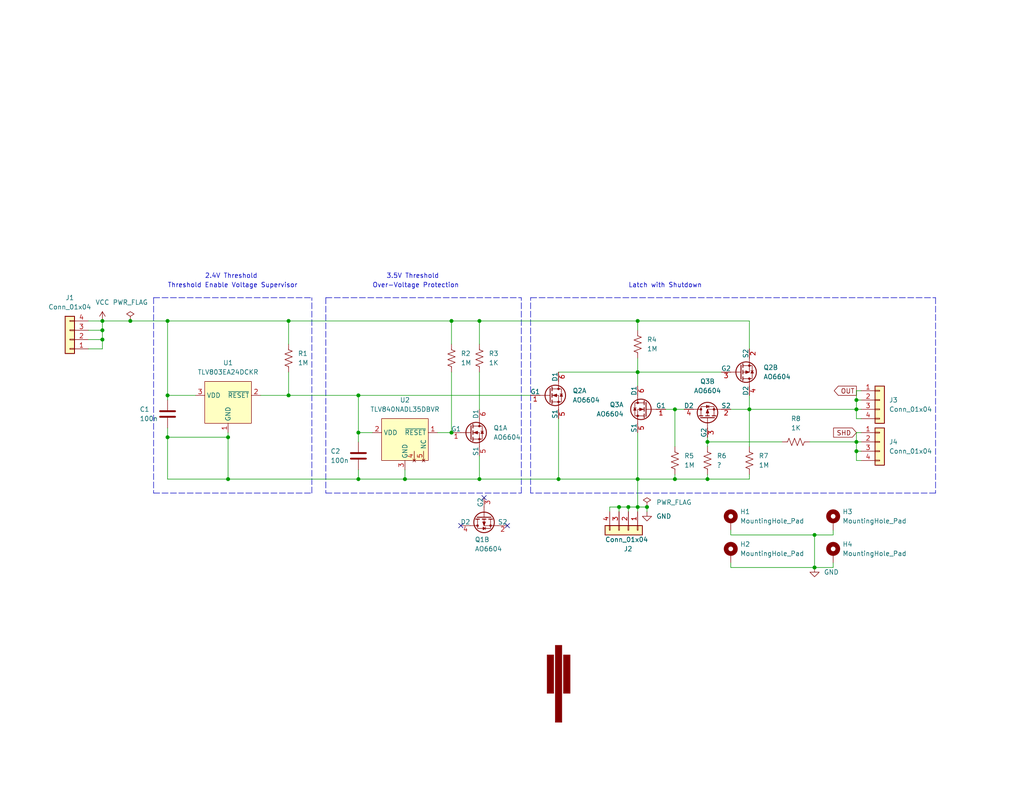
<source format=kicad_sch>
(kicad_sch (version 20211123) (generator eeschema)
  (paper "USLetter")
  (title_block (title "${TITLE}") (date "2023-02-01") (rev "${REVISION}") (company "${COMPANY}") (comment 1 "${NAME}"))
  (lib_symbols
    (symbol "Connector_Generic:Conn_01x04" (pin_names (offset 1.016) hide)
      (property "Reference" "J" (at 0 5.08 0))
      (property "Value" "Conn_01x04" (at 0 -7.62 0))
      (symbol "Conn_01x04_1_1"
        (rectangle (start -1.27 -4.953) (end 0 -5.207) (stroke (width 0.1524)))
        (rectangle (start -1.27 -2.413) (end 0 -2.667) (stroke (width 0.1524)))
        (rectangle (start -1.27 0.127) (end 0 -0.127) (stroke (width 0.1524)))
        (rectangle (start -1.27 2.667) (end 0 2.413) (stroke (width 0.1524)))
        (rectangle (start -1.27 3.81) (end 1.27 -6.35) (stroke (width 0.254)) (fill (type background)))
        (pin passive line (at -5.08 2.54 0) (length 3.81) (name "Pin_1") (number "1"))
        (pin passive line (at -5.08 0 0) (length 3.81) (name "Pin_2") (number "2"))
        (pin passive line (at -5.08 -2.54 0) (length 3.81) (name "Pin_3") (number "3"))
        (pin passive line (at -5.08 -5.08 0) (length 3.81) (name "Pin_4") (number "4"))
      )
    )
    (symbol "Device:C" (pin_numbers hide) (pin_names (offset 0.254))
      (property "Reference" "C" (at 0.635 2.54 0))
      (property "Value" "C" (at 0.635 -2.54 0))
      (symbol "C_0_1"
        (polyline (pts (xy -2.032 -0.762) (xy 2.032 -0.762)) (stroke (width 0.508)))
        (polyline (pts (xy -2.032 0.762) (xy 2.032 0.762)) (stroke (width 0.508)))
      )
      (symbol "C_1_1"
        (pin passive line (at 0 3.81 270) (length 2.794) (name "~") (number "1"))
        (pin passive line (at 0 -3.81 90) (length 2.794) (name "~") (number "2"))
      )
    )
    (symbol "Device:R_US" (pin_numbers hide) (pin_names (offset 0))
      (property "Reference" "R" (at 2.54 0 90))
      (property "Value" "R_US" (at -2.54 0 90))
      (symbol "R_US_0_1"
        (polyline (pts (xy 0 -2.286) (xy 0 -2.54)))
        (polyline (pts (xy 0 2.286) (xy 0 2.54)))
        (polyline (pts (xy 0 -0.762) (xy 1.016 -1.143) (xy 0 -1.524) (xy -1.016 -1.905) (xy 0 -2.286)))
        (polyline (pts (xy 0 0.762) (xy 1.016 0.381) (xy 0 0) (xy -1.016 -0.381) (xy 0 -0.762)))
        (polyline (pts (xy 0 2.286) (xy 1.016 1.905) (xy 0 1.524) (xy -1.016 1.143) (xy 0 0.762)))
      )
      (symbol "R_US_1_1"
        (pin passive line (at 0 3.81 270) (length 1.27) (name "~") (number "1"))
        (pin passive line (at 0 -3.81 90) (length 1.27) (name "~") (number "2"))
      )
    )
    (symbol "Mechanical:MountingHole_Pad" (pin_numbers hide) (pin_names (offset 1.016) hide)
      (property "Reference" "H" (at 0 6.35 0))
      (property "Value" "MountingHole_Pad" (at 0 4.445 0))
      (symbol "MountingHole_Pad_0_1"
        (circle (center 0 1.27) (radius 1.27) (stroke (width 1.27)))
      )
      (symbol "MountingHole_Pad_1_1"
        (pin input line (at 0 -2.54 90) (length 2.54) (name "1") (number "1"))
      )
    )
    (symbol "latch:AO6604" (pin_names (offset 0))
      (property "Reference" "Q" (at 0 -13.97 0))
      (property "Value" "AO6604" (at 0 -16.51 0))
      (symbol "AO6604_1_1"
        (circle (center -0.889 0) (radius 2.794) (stroke (width 0.254)))
        (circle (center 0 -1.778) (radius 0.254) (fill (type outline)))
        (polyline (pts (xy -2.286 0) (xy -5.08 0)))
        (polyline (pts (xy -2.286 1.905) (xy -2.286 -1.905)) (stroke (width 0.254)))
        (polyline (pts (xy -1.778 -1.27) (xy -1.778 -2.286)) (stroke (width 0.254)))
        (polyline (pts (xy -1.778 0.508) (xy -1.778 -0.508)) (stroke (width 0.254)))
        (polyline (pts (xy -1.778 2.286) (xy -1.778 1.27)) (stroke (width 0.254)))
        (polyline (pts (xy 0 2.54) (xy 0 1.778)))
        (polyline (pts (xy 0 -3.81) (xy 0 -3.81) (xy 0 -2.54)))
        (polyline (pts (xy 0 -2.54) (xy 0 0) (xy -1.778 0)))
        (polyline (pts (xy 0 3.81) (xy 0 3.81) (xy 0 2.54)))
        (polyline (pts (xy -1.778 -1.778) (xy 0.762 -1.778) (xy 0.762 1.778) (xy -1.778 1.778)))
        (polyline (pts (xy -1.524 0) (xy -0.508 0.381) (xy -0.508 -0.381) (xy -1.524 0)) (fill (type outline)))
        (polyline (pts (xy 0.3852 0.3844) (xy 0.381 0.381) (xy 1.143 0.381) (xy 1.1257 0.3844)))
        (polyline (pts (xy 0.762 0.381) (xy 0.381 -0.254) (xy 1.143 -0.254) (xy 0.762 0.381)) (fill (type outline)))
        (circle (center 0 1.778) (radius 0.254) (fill (type outline)))
        (pin passive line (at -7.62 0 0) (length 2.54) (name "G1") (number "1"))
        (pin passive line (at 0 -6.35 90) (length 2.54) (name "S1") (number "5"))
        (pin passive line (at 0 6.35 270) (length 2.54) (name "D1") (number "6"))
      )
      (symbol "AO6604_2_1"
        (circle (center -0.889 0) (radius 2.794) (stroke (width 0.254)))
        (circle (center 0 -1.778) (radius 0.254) (fill (type outline)))
        (polyline (pts (xy -2.286 -1.905) (xy -2.286 1.905)) (stroke (width 0.254)))
        (polyline (pts (xy -2.286 0) (xy -5.08 0)))
        (polyline (pts (xy -1.778 -2.286) (xy -1.778 -1.27)) (stroke (width 0.254)))
        (polyline (pts (xy -1.778 -0.508) (xy -1.778 0.508)) (stroke (width 0.254)))
        (polyline (pts (xy -1.778 1.27) (xy -1.778 2.286)) (stroke (width 0.254)))
        (polyline (pts (xy 0 -2.54) (xy 0 -1.778)))
        (polyline (pts (xy 0 -2.54) (xy 0 -3.81) (xy 0 -3.81)))
        (polyline (pts (xy 0 2.54) (xy 0 0) (xy -1.778 0)))
        (polyline (pts (xy 0 3.81) (xy 0 3.81) (xy 0 2.54)))
        (polyline (pts (xy -1.778 1.778) (xy 0.762 1.778) (xy 0.762 -1.778) (xy -1.778 -1.778)))
        (polyline (pts (xy 0 0) (xy -1.016 0.381) (xy -1.016 -0.381) (xy 0 0)) (fill (type outline)))
        (polyline (pts (xy 0.7675 0.3544) (xy 1.1485 -0.2806) (xy 0.3865 -0.2806) (xy 0.7675 0.3544)) (fill (type outline)))
        (polyline (pts (xy 1.1278 0.3815) (xy 1.128 0.381) (xy 0.366 0.381) (xy 0.3646 0.3815)))
        (circle (center 0 1.778) (radius 0.254) (fill (type outline)))
        (pin passive line (at 0 6.35 270) (length 2.54) (name "S2") (number "2"))
        (pin passive line (at -7.62 0 0) (length 2.54) (name "G2") (number "3"))
        (pin passive line (at 0 -6.35 90) (length 2.54) (name "D2") (number "4"))
      )
    )
    (symbol "latch:LOGO" (pin_names (offset 1.016))
      (symbol "LOGO_0_0"
        (polyline (pts (xy -1.3069 7.9046) (xy -3.1407 7.9046) (xy -3.1407 -2.6348) (xy -1.3069 -2.6348) (xy -1.3069 7.9046)) (stroke (width 0.01)) (fill (type outline)))
        (polyline (pts (xy 0.9275 10.5394) (xy -0.9064 10.5394) (xy -0.9064 -10.5394) (xy 0.9275 -10.5394) (xy 0.9275 10.5394)) (stroke (width 0.01)) (fill (type outline)))
        (polyline (pts (xy 3.1618 7.9046) (xy 1.328 7.9046) (xy 1.328 -2.6348) (xy 3.1618 -2.6348) (xy 3.1618 7.9046)) (stroke (width 0.01)) (fill (type outline)))
      )
    )
    (symbol "latch:TLV803EA24DCKR"
      (property "Reference" "U" (at 0 0 0))
      (property "Value" "TLV803EA24DCKR" (at 0 0 0))
      (symbol "TLV803EA24DCKR_0_1"
        (rectangle (start -6.35 -2.54) (end 6.35 -13.97) (fill (type background)))
      )
      (symbol "TLV803EA24DCKR_1_1"
        (pin power_in line (at 0 -16.51 90) (length 2.54) (name "GND") (number "1"))
        (pin output line (at 8.89 -6.35 180) (length 2.54) (name "~{RESET}") (number "2"))
        (pin power_in line (at -8.89 -6.35 0) (length 2.54) (name "VDD") (number "3"))
      )
    )
    (symbol "latch:TLV840NADL35DBVR"
      (property "Reference" "U" (at 0 0 0))
      (property "Value" "TLV840NADL35DBVR" (at 0 0 0))
      (symbol "TLV840NADL35DBVR_0_1"
        (rectangle (start -6.35 -2.54) (end 6.35 -13.97) (fill (type background)))
      )
      (symbol "TLV840NADL35DBVR_1_1"
        (pin output line (at 8.89 -6.35 180) (length 2.54) (name "~{RESET}") (number "1"))
        (pin power_in line (at -8.89 -6.35 0) (length 2.54) (name "VDD") (number "2"))
        (pin power_in line (at 0 -16.51 90) (length 2.54) (name "GND") (number "3"))
        (pin no_connect line (at 2.54 -13.97 90) (length 2.54) (name "") (number "4"))
        (pin no_connect line (at 5.08 -13.97 90) (length 2.54) (name "NC") (number "5"))
      )
    )
    (symbol "power:GND" (power) (pin_names (offset 0))
      (property "Value" "GND" (at 0 -3.81 0))
      (symbol "GND_0_1"
        (polyline (pts (xy 0 0) (xy 0 -1.27) (xy 1.27 -1.27) (xy 0 -2.54) (xy -1.27 -1.27) (xy 0 -1.27)))
      )
      (symbol "GND_1_1"
        (pin power_in line (at 0 0 270) (length 0) hide (name "GND") (number "1"))
      )
    )
    (symbol "power:PWR_FLAG" (power) (pin_numbers hide) (pin_names (offset 0) hide)
      (property "Value" "PWR_FLAG" (at 0 3.81 0))
      (symbol "PWR_FLAG_0_0"
        (pin power_out line (at 0 0 90) (length 0) (name "pwr") (number "1"))
      )
      (symbol "PWR_FLAG_0_1"
        (polyline (pts (xy 0 0) (xy 0 1.27) (xy -1.016 1.905) (xy 0 2.54) (xy 1.016 1.905) (xy 0 1.27)))
      )
    )
    (symbol "power:VCC" (power) (pin_names (offset 0))
      (property "Value" "VCC" (at 0 3.81 0))
      (symbol "VCC_0_1"
        (polyline (pts (xy -0.762 1.27) (xy 0 2.54)))
        (polyline (pts (xy 0 0) (xy 0 2.54)))
        (polyline (pts (xy 0 2.54) (xy 0.762 1.27)))
      )
      (symbol "VCC_1_1"
        (pin power_in line (at 0 0 90) (length 0) hide (name "VCC") (number "1"))
      )
    )
  )
  (junction (at 184.15 130.81))
  (junction (at 45.72 119.38))
  (junction (at 123.19 118.11))
  (junction (at 152.4 130.81))
  (junction (at 97.79 107.95))
  (junction (at 35.56 87.63))
  (junction (at 27.94 87.63))
  (junction (at 233.68 109.22))
  (junction (at 193.04 130.81))
  (junction (at 193.04 120.65))
  (junction (at 173.99 130.81))
  (junction (at 130.81 130.81))
  (junction (at 45.72 87.63))
  (junction (at 97.79 130.81))
  (junction (at 204.47 111.76))
  (junction (at 27.94 92.71))
  (junction (at 222.25 146.05))
  (junction (at 173.99 138.43))
  (junction (at 27.94 90.17))
  (junction (at 184.15 111.76))
  (junction (at 123.19 87.63))
  (junction (at 168.91 138.43))
  (junction (at 78.74 107.95))
  (junction (at 173.99 87.63))
  (junction (at 222.25 154.94))
  (junction (at 176.53 138.43))
  (junction (at 78.74 87.63))
  (junction (at 233.68 120.65))
  (junction (at 171.45 138.43))
  (junction (at 233.68 111.76))
  (junction (at 97.79 118.11))
  (junction (at 62.23 130.81))
  (junction (at 45.72 107.95))
  (junction (at 62.23 119.38))
  (junction (at 110.49 130.81))
  (junction (at 130.81 87.63))
  (junction (at 233.68 123.19))
  (junction (at 173.99 101.6))
  (no_connect (at 125.73 143.51))
  (no_connect (at 138.43 143.51))
  (no_connect (at 132.08 135.89))
  (wire (pts (xy 27.94 90.17) (xy 27.94 92.71)))
  (wire (pts (xy 45.72 87.63) (xy 78.74 87.63)))
  (wire (pts (xy 199.39 111.76) (xy 204.47 111.76)))
  (wire (pts (xy 193.04 120.65) (xy 193.04 121.92)))
  (wire (pts (xy 27.94 87.63) (xy 24.13 87.63)))
  (wire (pts (xy 173.99 90.17) (xy 173.99 87.63)))
  (wire (pts (xy 220.98 120.65) (xy 233.68 120.65)))
  (wire (pts (xy 123.19 87.63) (xy 123.19 93.98)))
  (wire (pts (xy 233.68 106.68) (xy 233.68 109.22)))
  (polyline (pts (xy 255.27 134.62) (xy 144.78 134.62)))
  (wire (pts (xy 184.15 111.76) (xy 186.69 111.76)))
  (wire (pts (xy 130.81 87.63) (xy 173.99 87.63)))
  (wire (pts (xy 233.68 123.19) (xy 234.95 123.19)))
  (wire (pts (xy 233.68 109.22) (xy 233.68 111.76)))
  (wire (pts (xy 45.72 109.22) (xy 45.72 107.95)))
  (wire (pts (xy 184.15 130.81) (xy 193.04 130.81)))
  (wire (pts (xy 199.39 146.05) (xy 222.25 146.05)))
  (wire (pts (xy 204.47 111.76) (xy 233.68 111.76)))
  (wire (pts (xy 173.99 138.43) (xy 176.53 138.43)))
  (wire (pts (xy 152.4 130.81) (xy 173.99 130.81)))
  (wire (pts (xy 152.4 101.6) (xy 173.99 101.6)))
  (wire (pts (xy 123.19 118.11) (xy 123.19 101.6)))
  (wire (pts (xy 45.72 130.81) (xy 62.23 130.81)))
  (wire (pts (xy 193.04 120.65) (xy 213.36 120.65)))
  (wire (pts (xy 222.25 146.05) (xy 222.25 154.94)))
  (wire (pts (xy 173.99 118.11) (xy 173.99 130.81)))
  (wire (pts (xy 62.23 119.38) (xy 62.23 130.81)))
  (wire (pts (xy 176.53 138.43) (xy 176.53 139.7)))
  (wire (pts (xy 184.15 111.76) (xy 184.15 121.92)))
  (wire (pts (xy 193.04 129.54) (xy 193.04 130.81)))
  (wire (pts (xy 173.99 101.6) (xy 173.99 105.41)))
  (wire (pts (xy 24.13 92.71) (xy 27.94 92.71)))
  (wire (pts (xy 123.19 87.63) (xy 130.81 87.63)))
  (wire (pts (xy 62.23 130.81) (xy 97.79 130.81)))
  (wire (pts (xy 27.94 92.71) (xy 27.94 95.25)))
  (polyline (pts (xy 144.78 81.28) (xy 255.27 81.28)))
  (wire (pts (xy 233.68 120.65) (xy 234.95 120.65)))
  (wire (pts (xy 97.79 118.11) (xy 101.6 118.11)))
  (polyline (pts (xy 41.91 134.62) (xy 85.09 134.62)))
  (wire (pts (xy 119.38 118.11) (xy 123.19 118.11)))
  (polyline (pts (xy 85.09 134.62) (xy 85.09 81.28)))
  (wire (pts (xy 227.33 154.94) (xy 227.33 153.67)))
  (wire (pts (xy 233.68 109.22) (xy 234.95 109.22)))
  (wire (pts (xy 184.15 129.54) (xy 184.15 130.81)))
  (wire (pts (xy 45.72 107.95) (xy 53.34 107.95)))
  (wire (pts (xy 130.81 124.46) (xy 130.81 130.81)))
  (polyline (pts (xy 88.9 81.28) (xy 142.24 81.28)))
  (wire (pts (xy 45.72 119.38) (xy 45.72 116.84)))
  (wire (pts (xy 233.68 111.76) (xy 233.68 114.3)))
  (wire (pts (xy 78.74 87.63) (xy 123.19 87.63)))
  (wire (pts (xy 173.99 138.43) (xy 171.45 138.43)))
  (polyline (pts (xy 88.9 134.62) (xy 142.24 134.62)))
  (polyline (pts (xy 144.78 134.62) (xy 144.78 81.28)))
  (wire (pts (xy 35.56 87.63) (xy 45.72 87.63)))
  (wire (pts (xy 173.99 97.79) (xy 173.99 101.6)))
  (wire (pts (xy 199.39 154.94) (xy 199.39 153.67)))
  (wire (pts (xy 193.04 130.81) (xy 204.47 130.81)))
  (wire (pts (xy 227.33 144.78) (xy 227.33 146.05)))
  (wire (pts (xy 168.91 138.43) (xy 168.91 139.7)))
  (wire (pts (xy 45.72 119.38) (xy 62.23 119.38)))
  (polyline (pts (xy 88.9 81.28) (xy 88.9 134.62)))
  (wire (pts (xy 204.47 87.63) (xy 204.47 95.25)))
  (wire (pts (xy 204.47 129.54) (xy 204.47 130.81)))
  (wire (pts (xy 222.25 154.94) (xy 199.39 154.94)))
  (wire (pts (xy 110.49 130.81) (xy 130.81 130.81)))
  (wire (pts (xy 233.68 125.73) (xy 234.95 125.73)))
  (polyline (pts (xy 142.24 134.62) (xy 142.24 81.28)))
  (wire (pts (xy 173.99 130.81) (xy 173.99 138.43)))
  (wire (pts (xy 233.68 114.3) (xy 234.95 114.3)))
  (polyline (pts (xy 41.91 81.28) (xy 85.09 81.28)))
  (wire (pts (xy 24.13 90.17) (xy 27.94 90.17)))
  (wire (pts (xy 130.81 130.81) (xy 152.4 130.81)))
  (wire (pts (xy 78.74 107.95) (xy 97.79 107.95)))
  (wire (pts (xy 166.37 138.43) (xy 166.37 139.7)))
  (wire (pts (xy 97.79 118.11) (xy 97.79 120.65)))
  (wire (pts (xy 45.72 130.81) (xy 45.72 119.38)))
  (wire (pts (xy 45.72 87.63) (xy 45.72 107.95)))
  (wire (pts (xy 78.74 101.6) (xy 78.74 107.95)))
  (wire (pts (xy 204.47 107.95) (xy 204.47 111.76)))
  (wire (pts (xy 173.99 87.63) (xy 204.47 87.63)))
  (wire (pts (xy 130.81 101.6) (xy 130.81 111.76)))
  (wire (pts (xy 27.94 87.63) (xy 35.56 87.63)))
  (wire (pts (xy 233.68 111.76) (xy 234.95 111.76)))
  (polyline (pts (xy 255.27 81.28) (xy 255.27 134.62)))
  (wire (pts (xy 171.45 138.43) (xy 171.45 139.7)))
  (wire (pts (xy 233.68 118.11) (xy 234.95 118.11)))
  (wire (pts (xy 233.68 118.11) (xy 233.68 120.65)))
  (wire (pts (xy 78.74 87.63) (xy 78.74 93.98)))
  (wire (pts (xy 27.94 87.63) (xy 27.94 90.17)))
  (wire (pts (xy 222.25 154.94) (xy 227.33 154.94)))
  (wire (pts (xy 173.99 101.6) (xy 196.85 101.6)))
  (wire (pts (xy 110.49 128.27) (xy 110.49 130.81)))
  (wire (pts (xy 171.45 138.43) (xy 168.91 138.43)))
  (wire (pts (xy 152.4 114.3) (xy 152.4 130.81)))
  (wire (pts (xy 62.23 118.11) (xy 62.23 119.38)))
  (wire (pts (xy 130.81 87.63) (xy 130.81 93.98)))
  (wire (pts (xy 173.99 138.43) (xy 173.99 139.7)))
  (wire (pts (xy 233.68 120.65) (xy 233.68 123.19)))
  (wire (pts (xy 222.25 146.05) (xy 227.33 146.05)))
  (wire (pts (xy 181.61 111.76) (xy 184.15 111.76)))
  (wire (pts (xy 71.12 107.95) (xy 78.74 107.95)))
  (wire (pts (xy 24.13 95.25) (xy 27.94 95.25)))
  (wire (pts (xy 168.91 138.43) (xy 166.37 138.43)))
  (polyline (pts (xy 41.91 81.28) (xy 41.91 134.62)))
  (wire (pts (xy 204.47 111.76) (xy 204.47 121.92)))
  (wire (pts (xy 97.79 107.95) (xy 97.79 118.11)))
  (wire (pts (xy 233.68 106.68) (xy 234.95 106.68)))
  (wire (pts (xy 97.79 128.27) (xy 97.79 130.81)))
  (wire (pts (xy 97.79 107.95) (xy 144.78 107.95)))
  (wire (pts (xy 199.39 144.78) (xy 199.39 146.05)))
  (wire (pts (xy 97.79 130.81) (xy 110.49 130.81)))
  (wire (pts (xy 173.99 130.81) (xy 184.15 130.81)))
  (wire (pts (xy 193.04 119.38) (xy 193.04 120.65)))
  (wire (pts (xy 233.68 123.19) (xy 233.68 125.73)))
  (text "Threshold Enable Voltage Supervisor" (at 45.72 78.74 0) (effects (font (size 1.27 1.27)) (justify left bottom)))
  (text "Over-Voltage Protection" (at 101.6 78.74 0) (effects (font (size 1.27 1.27)) (justify left bottom)))
  (text "3.5V Threshold" (at 105.41 76.2 0) (effects (font (size 1.27 1.27)) (justify left bottom)))
  (text "Latch with Shutdown" (at 171.45 78.74 0) (effects (font (size 1.27 1.27)) (justify left bottom)))
  (text "2.4V Threshold" (at 55.88 76.2 0) (effects (font (size 1.27 1.27)) (justify left bottom)))
  (global_label "OUT" (shape output) (at 233.68 106.68 180) (property "Intersheet References" "${INTERSHEET_REFS}" (effects hide)))
  (global_label "SHD" (shape input) (at 233.68 118.11 180) (property "Intersheet References" "${INTERSHEET_REFS}" (effects hide)))
  (symbol (lib_id "latch:AO6604") (at 173.99 111.76 0) (mirror y) (unit 1)
    (property "Reference" "Q3" (at 170.18 110.4899 0) (effects (justify left)))
    (property "Value" "AO6604" (at 170.18 113.0299 0) (effects (justify left)))
    (property "Footprint" "latch:SOT-457_Handsolder" (effects hide))
    (property "Datasheet" "http://www.aosmd.com/res/data_sheets/AO6604.pdf" (effects hide))
  )
  (symbol (lib_id "power:PWR_FLAG") (at 35.56 87.63 0) (unit 1)
    (property "Reference" "#FLG01" (effects hide))
    (property "Value" "PWR_FLAG" (at 35.56 82.55 0))
  )
  (symbol (lib_id "latch:TLV803EA24DCKR") (at 62.23 101.6 0) (unit 1)
    (property "Reference" "U1" (at 62.23 99.06 0))
    (property "Value" "TLV803EA24DCKR" (at 62.23 101.6 0))
    (property "Footprint" "Package_TO_SOT_SMD:SOT-323_SC-70_Handsoldering" (effects hide))
    (property "Datasheet" "https://www.ti.com/lit/ds/symlink/tlv803e.pdf" (effects hide))
  )
  (symbol (lib_id "Device:R_US") (at 217.17 120.65 90) (unit 1)
    (property "Reference" "R8" (at 217.17 114.3 90))
    (property "Value" "1K" (at 217.17 116.84 90))
    (property "Footprint" "Resistor_SMD:R_0603_1608Metric_Pad0.98x0.95mm_HandSolder" (effects hide))
  )
  (symbol (lib_id "Device:R_US") (at 123.19 97.79 0) (unit 1)
    (property "Reference" "R2" (at 125.73 96.5199 0) (effects (justify left)))
    (property "Value" "1M" (at 125.73 99.0599 0) (effects (justify left)))
    (property "Footprint" "Resistor_SMD:R_0603_1608Metric_Pad0.98x0.95mm_HandSolder" (effects hide))
  )
  (symbol (lib_id "Connector_Generic:Conn_01x04") (at 19.05 92.71 180) (unit 1)
    (property "Reference" "J1" (at 19.05 81.28 0))
    (property "Value" "Conn_01x04" (at 19.05 83.82 0))
    (property "Footprint" "Connector_PinHeader_2.54mm:PinHeader_1x04_P2.54mm_Vertical" (effects hide))
  )
  (symbol (lib_id "Connector_Generic:Conn_01x04") (at 240.03 120.65 0) (unit 1)
    (property "Reference" "J4" (at 242.57 120.6499 0) (effects (justify left)))
    (property "Value" "Conn_01x04" (at 242.57 123.1899 0) (effects (justify left)))
    (property "Footprint" "Connector_PinHeader_2.54mm:PinHeader_1x04_P2.54mm_Vertical" (effects hide))
  )
  (symbol (lib_id "latch:AO6604") (at 152.4 107.95 0) (unit 1)
    (property "Reference" "Q2" (at 156.21 106.6799 0) (effects (justify left)))
    (property "Value" "AO6604" (at 156.21 109.2199 0) (effects (justify left)))
    (property "Footprint" "latch:SOT-457_Handsolder" (effects hide))
    (property "Datasheet" "http://www.aosmd.com/res/data_sheets/AO6604.pdf" (effects hide))
  )
  (symbol (lib_id "Device:R_US") (at 193.04 125.73 0) (unit 1)
    (property "Reference" "R6" (at 195.58 124.4599 0) (effects (justify left)))
    (property "Value" "?" (at 195.58 126.9999 0) (effects (justify left)))
    (property "Footprint" "Resistor_SMD:R_0603_1608Metric_Pad0.98x0.95mm_HandSolder" (effects hide))
  )
  (symbol (lib_id "Device:R_US") (at 78.74 97.79 180) (unit 1)
    (property "Reference" "R1" (at 81.28 96.5199 0) (effects (justify right)))
    (property "Value" "1M" (at 81.28 99.0599 0) (effects (justify right)))
    (property "Footprint" "Resistor_SMD:R_0603_1608Metric_Pad0.98x0.95mm_HandSolder" (effects hide))
  )
  (symbol (lib_id "Connector_Generic:Conn_01x04") (at 171.45 144.78 270) (unit 1)
    (property "Reference" "J2" (at 170.18 149.86 90) (effects (justify left)))
    (property "Value" "Conn_01x04" (at 165.1 147.32 90) (effects (justify left)))
    (property "Footprint" "Connector_PinHeader_2.54mm:PinHeader_1x04_P2.54mm_Vertical" (effects hide))
  )
  (symbol (lib_id "latch:LOGO") (at 152.4 186.69 0) (unit 1) (in_bom no)
    (property "Reference" "G1" (effects hide))
    (property "Value" "LOGO" (effects hide))
    (property "Footprint" "latch:smaller_logo" (effects hide))
  )
  (symbol (lib_id "power:GND") (at 176.53 139.7 0) (unit 1)
    (property "Reference" "#PWR02" (effects hide))
    (property "Value" "GND" (at 179.07 140.9699 0) (effects (justify left)))
  )
  (symbol (lib_id "latch:AO6604") (at 130.81 118.11 0) (unit 1)
    (property "Reference" "Q1" (at 134.62 116.8399 0) (effects (justify left)))
    (property "Value" "AO6604" (at 134.62 119.3799 0) (effects (justify left)))
    (property "Footprint" "latch:SOT-457_Handsolder" (effects hide))
    (property "Datasheet" "http://www.aosmd.com/res/data_sheets/AO6604.pdf" (effects hide))
  )
  (symbol (lib_id "Device:R_US") (at 173.99 93.98 0) (unit 1)
    (property "Reference" "R4" (at 176.53 92.7099 0) (effects (justify left)))
    (property "Value" "1M" (at 176.53 95.2499 0) (effects (justify left)))
    (property "Footprint" "Resistor_SMD:R_0603_1608Metric_Pad0.98x0.95mm_HandSolder" (effects hide))
  )
  (symbol (lib_id "power:GND") (at 222.25 154.94 0) (unit 1)
    (property "Reference" "#PWR03" (effects hide))
    (property "Value" "GND" (at 224.79 156.2099 0) (effects (justify left)))
  )
  (symbol (lib_id "Mechanical:MountingHole_Pad") (at 227.33 151.13 0) (unit 1)
    (property "Reference" "H4" (at 229.87 148.5899 0) (effects (justify left)))
    (property "Value" "MountingHole_Pad" (at 229.87 151.1299 0) (effects (justify left)))
    (property "Footprint" "MountingHole:MountingHole_3.2mm_M3_Pad_Via" (effects hide))
  )
  (symbol (lib_id "Connector_Generic:Conn_01x04") (at 240.03 109.22 0) (unit 1)
    (property "Reference" "J3" (at 242.57 109.2199 0) (effects (justify left)))
    (property "Value" "Conn_01x04" (at 242.57 111.7599 0) (effects (justify left)))
    (property "Footprint" "Connector_PinHeader_2.54mm:PinHeader_1x04_P2.54mm_Vertical" (effects hide))
  )
  (symbol (lib_id "Mechanical:MountingHole_Pad") (at 199.39 151.13 0) (unit 1)
    (property "Reference" "H2" (at 201.93 148.5899 0) (effects (justify left)))
    (property "Value" "MountingHole_Pad" (at 201.93 151.1299 0) (effects (justify left)))
    (property "Footprint" "MountingHole:MountingHole_3.2mm_M3_Pad_Via" (effects hide))
  )
  (symbol (lib_id "Device:R_US") (at 184.15 125.73 0) (unit 1)
    (property "Reference" "R5" (at 186.69 124.4599 0) (effects (justify left)))
    (property "Value" "1M" (at 186.69 126.9999 0) (effects (justify left)))
    (property "Footprint" "Resistor_SMD:R_0603_1608Metric_Pad0.98x0.95mm_HandSolder" (effects hide))
  )
  (symbol (lib_id "power:VCC") (at 27.94 87.63 0) (unit 1)
    (property "Reference" "#PWR01" (effects hide))
    (property "Value" "VCC" (at 27.94 82.55 0))
  )
  (symbol (lib_id "latch:TLV840NADL35DBVR") (at 110.49 111.76 0) (unit 1)
    (property "Reference" "U2" (at 110.49 109.22 0))
    (property "Value" "TLV840NADL35DBVR" (at 110.49 111.76 0))
    (property "Footprint" "Package_TO_SOT_SMD:SOT-23-5_HandSoldering" (effects hide))
    (property "Datasheet" "https://www.ti.com/lit/ds/symlink/tlv840.pdf" (effects hide))
  )
  (symbol (lib_id "latch:AO6604") (at 193.04 111.76 270) (mirror x) (unit 2)
    (property "Reference" "Q3" (at 193.04 104.14 90))
    (property "Value" "AO6604" (at 193.04 106.68 90))
    (property "Footprint" "latch:SOT-457_Handsolder" (effects hide))
    (property "Datasheet" "http://www.aosmd.com/res/data_sheets/AO6604.pdf" (effects hide))
  )
  (symbol (lib_id "Mechanical:MountingHole_Pad") (at 199.39 142.24 0) (unit 1)
    (property "Reference" "H1" (at 201.93 139.6999 0) (effects (justify left)))
    (property "Value" "MountingHole_Pad" (at 201.93 142.2399 0) (effects (justify left)))
    (property "Footprint" "MountingHole:MountingHole_3.2mm_M3_Pad_Via" (effects hide))
  )
  (symbol (lib_id "latch:AO6604") (at 132.08 143.51 270) (unit 2)
    (property "Reference" "Q1" (at 129.54 147.32 90) (effects (justify left)))
    (property "Value" "AO6604" (at 129.54 149.86 90) (effects (justify left)))
    (property "Footprint" "latch:SOT-457_Handsolder" (effects hide))
    (property "Datasheet" "http://www.aosmd.com/res/data_sheets/AO6604.pdf" (effects hide))
  )
  (symbol (lib_id "latch:AO6604") (at 204.47 101.6 0) (unit 2)
    (property "Reference" "Q2" (at 208.28 100.3299 0) (effects (justify left)))
    (property "Value" "AO6604" (at 208.28 102.8699 0) (effects (justify left)))
    (property "Footprint" "latch:SOT-457_Handsolder" (effects hide))
    (property "Datasheet" "http://www.aosmd.com/res/data_sheets/AO6604.pdf" (effects hide))
  )
  (symbol (lib_id "Device:C") (at 97.79 124.46 0) (unit 1)
    (property "Reference" "C2" (at 90.17 123.19 0) (effects (justify left)))
    (property "Value" "100n" (at 90.17 125.73 0) (effects (justify left)))
    (property "Footprint" "Capacitor_SMD:C_0603_1608Metric_Pad1.08x0.95mm_HandSolder" (effects hide))
  )
  (symbol (lib_id "Device:R_US") (at 130.81 97.79 0) (unit 1)
    (property "Reference" "R3" (at 133.35 96.5199 0) (effects (justify left)))
    (property "Value" "1K" (at 133.35 99.0599 0) (effects (justify left)))
    (property "Footprint" "Resistor_SMD:R_0603_1608Metric_Pad0.98x0.95mm_HandSolder" (effects hide))
  )
  (symbol (lib_id "Device:C") (at 45.72 113.03 0) (unit 1)
    (property "Reference" "C1" (at 38.1 111.76 0) (effects (justify left)))
    (property "Value" "100n" (at 38.1 114.3 0) (effects (justify left)))
    (property "Footprint" "Capacitor_SMD:C_0603_1608Metric_Pad1.08x0.95mm_HandSolder" (effects hide))
  )
  (symbol (lib_id "Device:R_US") (at 204.47 125.73 0) (unit 1)
    (property "Reference" "R7" (at 207.01 124.4599 0) (effects (justify left)))
    (property "Value" "1M" (at 207.01 126.9999 0) (effects (justify left)))
    (property "Footprint" "Resistor_SMD:R_0603_1608Metric_Pad0.98x0.95mm_HandSolder" (effects hide))
  )
  (symbol (lib_id "power:PWR_FLAG") (at 176.53 138.43 0) (unit 1)
    (property "Reference" "#FLG02" (effects hide))
    (property "Value" "PWR_FLAG" (at 179.07 137.1599 0) (effects (justify left)))
  )
  (symbol (lib_id "Mechanical:MountingHole_Pad") (at 227.33 142.24 0) (unit 1)
    (property "Reference" "H3" (at 229.87 139.6999 0) (effects (justify left)))
    (property "Value" "MountingHole_Pad" (at 229.87 142.2399 0) (effects (justify left)))
    (property "Footprint" "MountingHole:MountingHole_3.2mm_M3_Pad_Via" (effects hide))
  )
)
</source>
